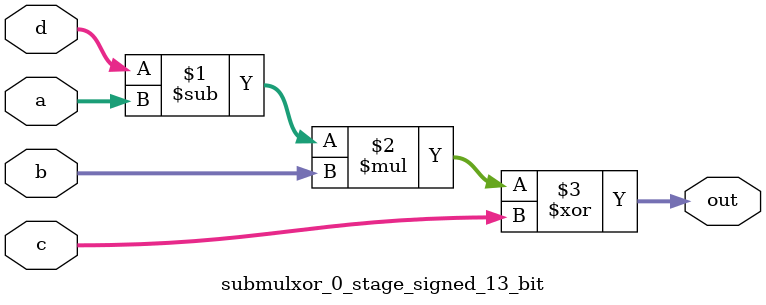
<source format=sv>
(* use_dsp = "yes" *) module submulxor_0_stage_signed_13_bit(
	input signed [12:0] a,
	input signed [12:0] b,
	input signed [12:0] c,
	input signed [12:0] d,
	output [12:0] out
	);

	assign out = ((d - a) * b) ^ c;
endmodule

</source>
